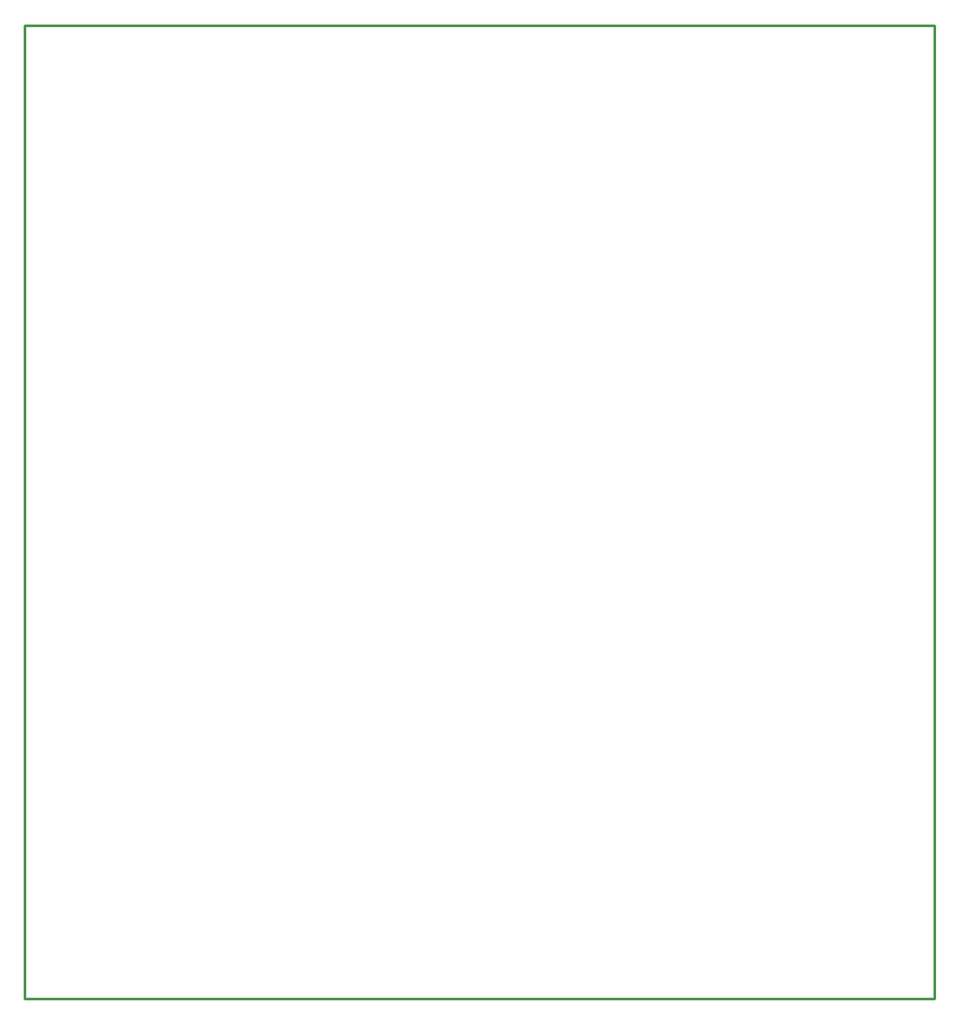
<source format=gm1>
G04*
G04 #@! TF.GenerationSoftware,Altium Limited,Altium Designer,19.1.5 (86)*
G04*
G04 Layer_Color=16711935*
%FSLAX25Y25*%
%MOIN*%
G70*
G01*
G75*
%ADD10C,0.01000*%
D10*
X0Y0D02*
X346457D01*
Y370079D01*
X0D02*
X346457D01*
X0Y0D02*
Y370079D01*
M02*

</source>
